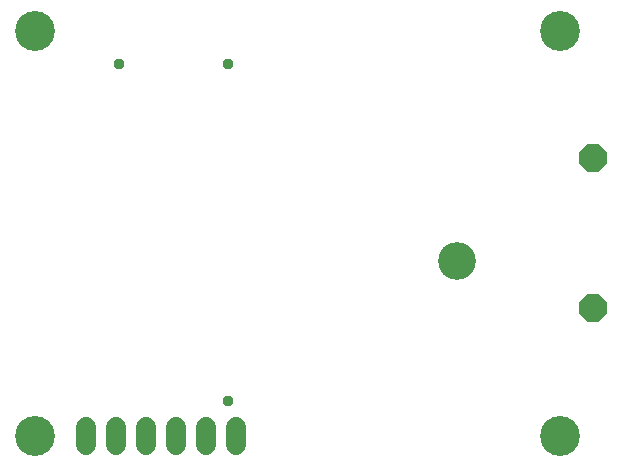
<source format=gbr>
G04 EAGLE Gerber X2 export*
%TF.Part,Single*%
%TF.FileFunction,Soldermask,Bot,1*%
%TF.FilePolarity,Negative*%
%TF.GenerationSoftware,Autodesk,EAGLE,8.7.0*%
%TF.CreationDate,2018-04-13T05:44:18Z*%
G75*
%MOMM*%
%FSLAX34Y34*%
%LPD*%
%AMOC8*
5,1,8,0,0,1.08239X$1,22.5*%
G01*
%ADD10C,3.378200*%
%ADD11C,3.203200*%
%ADD12P,2.556822X8X22.500000*%
%ADD13C,1.727200*%
%ADD14C,0.959600*%


D10*
X57150Y52070D03*
X57150Y394970D03*
X501650Y394970D03*
X501650Y52070D03*
D11*
X414750Y200020D03*
D12*
X529800Y287020D03*
X529800Y160020D03*
D13*
X227330Y59690D02*
X227330Y44450D01*
X201930Y44450D02*
X201930Y59690D01*
X176530Y59690D02*
X176530Y44450D01*
X151130Y44450D02*
X151130Y59690D01*
X125730Y59690D02*
X125730Y44450D01*
X100330Y44450D02*
X100330Y59690D01*
D14*
X128700Y367200D03*
X220980Y367030D03*
X220980Y81280D03*
M02*

</source>
